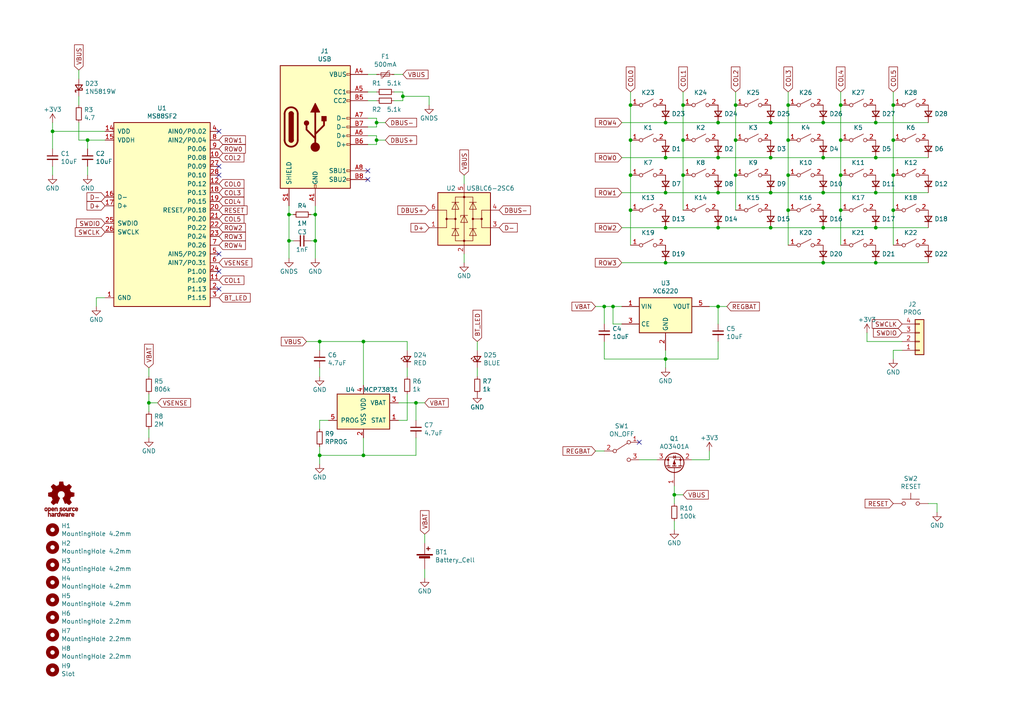
<source format=kicad_sch>
(kicad_sch (version 20211123) (generator eeschema)
  (paper "A4")
  (junction (at 238.76 35.56))
  (junction (at 208.28 55.88))
  (junction (at 91.44 62.23))
  (junction (at 193.04 45.72))
  (junction (at 254 35.56))
  (junction (at 243.84 60.96))
  (junction (at 238.76 55.88))
  (junction (at 223.52 66.04))
  (junction (at 193.04 104.14))
  (junction (at 177.8 88.9))
  (junction (at 83.82 62.23))
  (junction (at 105.41 132.08))
  (junction (at 193.04 76.2))
  (junction (at 238.76 76.2))
  (junction (at 198.12 30.48))
  (junction (at 198.12 40.64))
  (junction (at 223.52 35.56))
  (junction (at 193.04 55.88))
  (junction (at 25.4 40.64))
  (junction (at 243.84 30.48))
  (junction (at 259.08 30.48))
  (junction (at 223.52 45.72))
  (junction (at 254 76.2))
  (junction (at 254 45.72))
  (junction (at 182.88 30.48))
  (junction (at 228.6 30.48))
  (junction (at 120.65 116.84))
  (junction (at 182.88 50.8))
  (junction (at 15.24 38.1))
  (junction (at 109.22 40.64))
  (junction (at 92.71 99.06))
  (junction (at 228.6 50.8))
  (junction (at 243.84 50.8))
  (junction (at 182.88 60.96))
  (junction (at 208.28 35.56))
  (junction (at 208.28 88.9))
  (junction (at 175.26 88.9))
  (junction (at 193.04 66.04))
  (junction (at 259.08 40.64))
  (junction (at 182.88 40.64))
  (junction (at 213.36 40.64))
  (junction (at 238.76 45.72))
  (junction (at 208.28 66.04))
  (junction (at 198.12 50.8))
  (junction (at 238.76 66.04))
  (junction (at 254 66.04))
  (junction (at 43.18 116.84))
  (junction (at 195.58 143.51))
  (junction (at 213.36 50.8))
  (junction (at 223.52 55.88))
  (junction (at 213.36 30.48))
  (junction (at 83.82 69.85))
  (junction (at 92.71 132.08))
  (junction (at 243.84 40.64))
  (junction (at 208.28 45.72))
  (junction (at 228.6 40.64))
  (junction (at 91.44 69.85))
  (junction (at 259.08 60.96))
  (junction (at 105.41 99.06))
  (junction (at 228.6 60.96))
  (junction (at 193.04 35.56))
  (junction (at 116.84 27.94))
  (junction (at 254 55.88))
  (junction (at 109.22 35.56))
  (junction (at 259.08 50.8))
  (no_connect (at 63.5 83.82))
  (no_connect (at 63.5 50.8))
  (no_connect (at 106.68 52.07))
  (no_connect (at 63.5 48.26))
  (no_connect (at 106.68 49.53))
  (no_connect (at 63.5 78.74))
  (no_connect (at 185.42 128.27))
  (no_connect (at 63.5 73.66))
  (no_connect (at 63.5 38.1))
  (wire (pts (xy 238.76 55.88) (xy 223.52 55.88)))
  (wire (pts (xy 120.65 116.84) (xy 120.65 121.92)))
  (wire (pts (xy 15.24 35.56) (xy 15.24 38.1)))
  (wire (pts (xy 238.76 66.04) (xy 223.52 66.04)))
  (wire (pts (xy 193.04 104.14) (xy 175.26 104.14)))
  (wire (pts (xy 243.84 50.8) (xy 243.84 40.64)))
  (wire (pts (xy 106.68 21.59) (xy 109.22 21.59)))
  (wire (pts (xy 106.68 34.29) (xy 109.22 34.29)))
  (wire (pts (xy 175.26 104.14) (xy 175.26 99.06)))
  (wire (pts (xy 193.04 101.6) (xy 193.04 104.14)))
  (wire (pts (xy 251.46 99.06) (xy 261.62 99.06)))
  (wire (pts (xy 91.44 62.23) (xy 91.44 69.85)))
  (wire (pts (xy 182.88 30.48) (xy 182.88 26.67)))
  (wire (pts (xy 259.08 101.6) (xy 259.08 104.14)))
  (wire (pts (xy 243.84 60.96) (xy 243.84 50.8)))
  (wire (pts (xy 182.88 50.8) (xy 182.88 40.64)))
  (wire (pts (xy 259.08 40.64) (xy 259.08 30.48)))
  (wire (pts (xy 238.76 35.56) (xy 223.52 35.56)))
  (wire (pts (xy 105.41 132.08) (xy 120.65 132.08)))
  (wire (pts (xy 259.08 30.48) (xy 259.08 26.67)))
  (wire (pts (xy 205.74 133.35) (xy 205.74 130.81)))
  (wire (pts (xy 182.88 40.64) (xy 182.88 30.48)))
  (wire (pts (xy 269.24 76.2) (xy 254 76.2)))
  (wire (pts (xy 228.6 71.12) (xy 228.6 60.96)))
  (wire (pts (xy 15.24 38.1) (xy 15.24 43.18)))
  (wire (pts (xy 114.3 26.67) (xy 116.84 26.67)))
  (wire (pts (xy 105.41 132.08) (xy 92.71 132.08)))
  (wire (pts (xy 193.04 76.2) (xy 180.34 76.2)))
  (wire (pts (xy 213.36 50.8) (xy 213.36 40.64)))
  (wire (pts (xy 114.3 21.59) (xy 116.84 21.59)))
  (wire (pts (xy 261.62 101.6) (xy 259.08 101.6)))
  (wire (pts (xy 106.68 36.83) (xy 109.22 36.83)))
  (wire (pts (xy 134.62 73.66) (xy 134.62 76.2)))
  (wire (pts (xy 83.82 69.85) (xy 83.82 74.93)))
  (wire (pts (xy 223.52 35.56) (xy 208.28 35.56)))
  (wire (pts (xy 254 35.56) (xy 238.76 35.56)))
  (wire (pts (xy 25.4 40.64) (xy 25.4 43.18)))
  (wire (pts (xy 91.44 62.23) (xy 90.17 62.23)))
  (wire (pts (xy 254 45.72) (xy 238.76 45.72)))
  (wire (pts (xy 22.86 30.48) (xy 22.86 27.94)))
  (wire (pts (xy 223.52 45.72) (xy 208.28 45.72)))
  (wire (pts (xy 177.8 93.98) (xy 177.8 88.9)))
  (wire (pts (xy 259.08 71.12) (xy 259.08 60.96)))
  (wire (pts (xy 109.22 40.64) (xy 109.22 41.91)))
  (wire (pts (xy 120.65 116.84) (xy 123.19 116.84)))
  (wire (pts (xy 185.42 133.35) (xy 190.5 133.35)))
  (wire (pts (xy 91.44 59.69) (xy 91.44 62.23)))
  (wire (pts (xy 182.88 60.96) (xy 182.88 50.8)))
  (wire (pts (xy 228.6 50.8) (xy 228.6 40.64)))
  (wire (pts (xy 105.41 99.06) (xy 105.41 111.76)))
  (wire (pts (xy 182.88 71.12) (xy 182.88 60.96)))
  (wire (pts (xy 208.28 55.88) (xy 193.04 55.88)))
  (wire (pts (xy 109.22 36.83) (xy 109.22 35.56)))
  (wire (pts (xy 271.78 146.05) (xy 271.78 148.59)))
  (wire (pts (xy 114.3 29.21) (xy 116.84 29.21)))
  (wire (pts (xy 198.12 30.48) (xy 198.12 26.67)))
  (wire (pts (xy 116.84 27.94) (xy 116.84 29.21)))
  (wire (pts (xy 83.82 62.23) (xy 83.82 69.85)))
  (wire (pts (xy 106.68 26.67) (xy 109.22 26.67)))
  (wire (pts (xy 118.11 121.92) (xy 118.11 114.3)))
  (wire (pts (xy 208.28 66.04) (xy 193.04 66.04)))
  (wire (pts (xy 243.84 40.64) (xy 243.84 30.48)))
  (wire (pts (xy 43.18 119.38) (xy 43.18 116.84)))
  (wire (pts (xy 193.04 66.04) (xy 180.34 66.04)))
  (wire (pts (xy 138.43 106.68) (xy 138.43 109.22)))
  (wire (pts (xy 254 66.04) (xy 238.76 66.04)))
  (wire (pts (xy 208.28 88.9) (xy 208.28 93.98)))
  (wire (pts (xy 208.28 99.06) (xy 208.28 104.14)))
  (wire (pts (xy 175.26 88.9) (xy 175.26 93.98)))
  (wire (pts (xy 83.82 62.23) (xy 85.09 62.23)))
  (wire (pts (xy 116.84 27.94) (xy 124.46 27.94)))
  (wire (pts (xy 175.26 88.9) (xy 172.72 88.9)))
  (wire (pts (xy 30.48 38.1) (xy 15.24 38.1)))
  (wire (pts (xy 208.28 35.56) (xy 193.04 35.56)))
  (wire (pts (xy 92.71 129.54) (xy 92.71 132.08)))
  (wire (pts (xy 238.76 76.2) (xy 193.04 76.2)))
  (wire (pts (xy 45.72 116.84) (xy 43.18 116.84)))
  (wire (pts (xy 269.24 55.88) (xy 254 55.88)))
  (wire (pts (xy 198.12 60.96) (xy 198.12 50.8)))
  (wire (pts (xy 193.04 55.88) (xy 180.34 55.88)))
  (wire (pts (xy 193.04 45.72) (xy 180.34 45.72)))
  (wire (pts (xy 92.71 106.68) (xy 92.71 109.22)))
  (wire (pts (xy 259.08 50.8) (xy 259.08 40.64)))
  (wire (pts (xy 238.76 45.72) (xy 223.52 45.72)))
  (wire (pts (xy 88.9 99.06) (xy 92.71 99.06)))
  (wire (pts (xy 109.22 39.37) (xy 109.22 40.64)))
  (wire (pts (xy 254 76.2) (xy 238.76 76.2)))
  (wire (pts (xy 83.82 59.69) (xy 83.82 62.23)))
  (wire (pts (xy 223.52 66.04) (xy 208.28 66.04)))
  (wire (pts (xy 208.28 88.9) (xy 210.82 88.9)))
  (wire (pts (xy 195.58 140.97) (xy 195.58 143.51)))
  (wire (pts (xy 269.24 45.72) (xy 254 45.72)))
  (wire (pts (xy 43.18 109.22) (xy 43.18 106.68)))
  (wire (pts (xy 269.24 146.05) (xy 271.78 146.05)))
  (wire (pts (xy 213.36 30.48) (xy 213.36 26.67)))
  (wire (pts (xy 254 55.88) (xy 238.76 55.88)))
  (wire (pts (xy 106.68 39.37) (xy 109.22 39.37)))
  (wire (pts (xy 105.41 127) (xy 105.41 132.08)))
  (wire (pts (xy 123.19 154.94) (xy 123.19 157.48)))
  (wire (pts (xy 243.84 71.12) (xy 243.84 60.96)))
  (wire (pts (xy 116.84 26.67) (xy 116.84 27.94)))
  (wire (pts (xy 115.57 121.92) (xy 118.11 121.92)))
  (wire (pts (xy 92.71 99.06) (xy 105.41 99.06)))
  (wire (pts (xy 251.46 99.06) (xy 251.46 96.52)))
  (wire (pts (xy 43.18 116.84) (xy 43.18 114.3)))
  (wire (pts (xy 195.58 143.51) (xy 195.58 146.05)))
  (wire (pts (xy 134.62 53.34) (xy 134.62 50.8)))
  (wire (pts (xy 91.44 69.85) (xy 90.17 69.85)))
  (wire (pts (xy 109.22 41.91) (xy 106.68 41.91)))
  (wire (pts (xy 95.25 121.92) (xy 92.71 121.92)))
  (wire (pts (xy 138.43 101.6) (xy 138.43 99.06)))
  (wire (pts (xy 118.11 99.06) (xy 105.41 99.06)))
  (wire (pts (xy 180.34 88.9) (xy 177.8 88.9)))
  (wire (pts (xy 208.28 45.72) (xy 193.04 45.72)))
  (wire (pts (xy 269.24 66.04) (xy 254 66.04)))
  (wire (pts (xy 118.11 101.6) (xy 118.11 99.06)))
  (wire (pts (xy 120.65 127) (xy 120.65 132.08)))
  (wire (pts (xy 109.22 35.56) (xy 109.22 34.29)))
  (wire (pts (xy 109.22 40.64) (xy 111.76 40.64)))
  (wire (pts (xy 228.6 40.64) (xy 228.6 30.48)))
  (wire (pts (xy 259.08 60.96) (xy 259.08 50.8)))
  (wire (pts (xy 213.36 40.64) (xy 213.36 30.48)))
  (wire (pts (xy 200.66 133.35) (xy 205.74 133.35)))
  (wire (pts (xy 228.6 60.96) (xy 228.6 50.8)))
  (wire (pts (xy 172.72 130.81) (xy 175.26 130.81)))
  (wire (pts (xy 92.71 121.92) (xy 92.71 124.46)))
  (wire (pts (xy 25.4 48.26) (xy 25.4 50.8)))
  (wire (pts (xy 27.94 86.36) (xy 27.94 88.9)))
  (wire (pts (xy 15.24 48.26) (xy 15.24 50.8)))
  (wire (pts (xy 91.44 69.85) (xy 91.44 74.93)))
  (wire (pts (xy 123.19 165.1) (xy 123.19 167.64)))
  (wire (pts (xy 208.28 104.14) (xy 193.04 104.14)))
  (wire (pts (xy 213.36 60.96) (xy 213.36 50.8)))
  (wire (pts (xy 43.18 124.46) (xy 43.18 127)))
  (wire (pts (xy 193.04 104.14) (xy 193.04 106.68)))
  (wire (pts (xy 269.24 35.56) (xy 254 35.56)))
  (wire (pts (xy 198.12 40.64) (xy 198.12 30.48)))
  (wire (pts (xy 193.04 35.56) (xy 180.34 35.56)))
  (wire (pts (xy 92.71 101.6) (xy 92.71 99.06)))
  (wire (pts (xy 25.4 40.64) (xy 22.86 40.64)))
  (wire (pts (xy 243.84 30.48) (xy 243.84 26.67)))
  (wire (pts (xy 118.11 109.22) (xy 118.11 106.68)))
  (wire (pts (xy 198.12 50.8) (xy 198.12 40.64)))
  (wire (pts (xy 195.58 151.13) (xy 195.58 153.67)))
  (wire (pts (xy 228.6 30.48) (xy 228.6 26.67)))
  (wire (pts (xy 124.46 27.94) (xy 124.46 30.48)))
  (wire (pts (xy 205.74 88.9) (xy 208.28 88.9)))
  (wire (pts (xy 25.4 40.64) (xy 30.48 40.64)))
  (wire (pts (xy 106.68 29.21) (xy 109.22 29.21)))
  (wire (pts (xy 22.86 35.56) (xy 22.86 40.64)))
  (wire (pts (xy 109.22 35.56) (xy 111.76 35.56)))
  (wire (pts (xy 223.52 55.88) (xy 208.28 55.88)))
  (wire (pts (xy 175.26 88.9) (xy 177.8 88.9)))
  (wire (pts (xy 22.86 22.86) (xy 22.86 20.32)))
  (wire (pts (xy 180.34 93.98) (xy 177.8 93.98)))
  (wire (pts (xy 30.48 86.36) (xy 27.94 86.36)))
  (wire (pts (xy 195.58 143.51) (xy 198.12 143.51)))
  (wire (pts (xy 115.57 116.84) (xy 120.65 116.84)))
  (wire (pts (xy 83.82 69.85) (xy 85.09 69.85)))
  (wire (pts (xy 92.71 134.62) (xy 92.71 132.08)))
  (global_label "D+" (shape input) (at 124.46 66.04 180) (property "Intersheet References" "${INTERSHEET_REFS}" (effects hide)))
  (global_label "ROW1" (shape input) (at 63.5 40.64 0) (property "Intersheet References" "${INTERSHEET_REFS}" (effects hide)))
  (global_label "COL0" (shape input) (at 182.88 26.67 90) (property "Intersheet References" "${INTERSHEET_REFS}" (effects hide)))
  (global_label "ROW2" (shape input) (at 63.5 66.04 0) (property "Intersheet References" "${INTERSHEET_REFS}" (effects hide)))
  (global_label "VBUS" (shape input) (at 88.9 99.06 180) (property "Intersheet References" "${INTERSHEET_REFS}" (effects hide)))
  (global_label "SWDIO" (shape input) (at 261.62 96.52 180) (property "Intersheet References" "${INTERSHEET_REFS}" (effects hide)))
  (global_label "VBAT" (shape input) (at 123.19 154.94 90) (property "Intersheet References" "${INTERSHEET_REFS}" (effects hide)))
  (global_label "COL3" (shape input) (at 228.6 26.67 90) (property "Intersheet References" "${INTERSHEET_REFS}" (effects hide)))
  (global_label "ROW0" (shape input) (at 63.5 43.18 0) (property "Intersheet References" "${INTERSHEET_REFS}" (effects hide)))
  (global_label "D-" (shape input) (at 144.78 66.04 0) (property "Intersheet References" "${INTERSHEET_REFS}" (effects hide)))
  (global_label "VBUS" (shape input) (at 22.86 20.32 90) (property "Intersheet References" "${INTERSHEET_REFS}" (effects hide)))
  (global_label "VBUS" (shape input) (at 198.12 143.51 0) (property "Intersheet References" "${INTERSHEET_REFS}" (effects hide)))
  (global_label "COL4" (shape input) (at 63.5 58.42 0) (property "Intersheet References" "${INTERSHEET_REFS}" (effects hide)))
  (global_label "SWCLK" (shape input) (at 261.62 93.98 180) (property "Intersheet References" "${INTERSHEET_REFS}" (effects hide)))
  (global_label "RESET" (shape input) (at 259.08 146.05 180) (property "Intersheet References" "${INTERSHEET_REFS}" (effects hide)))
  (global_label "DBUS-" (shape input) (at 144.78 60.96 0) (property "Intersheet References" "${INTERSHEET_REFS}" (effects hide)))
  (global_label "REGBAT" (shape input) (at 210.82 88.9 0) (property "Intersheet References" "${INTERSHEET_REFS}" (effects hide)))
  (global_label "COL4" (shape input) (at 243.84 26.67 90) (property "Intersheet References" "${INTERSHEET_REFS}" (effects hide)))
  (global_label "COL2" (shape input) (at 63.5 45.72 0) (property "Intersheet References" "${INTERSHEET_REFS}" (effects hide)))
  (global_label "VSENSE" (shape input) (at 63.5 76.2 0) (property "Intersheet References" "${INTERSHEET_REFS}" (effects hide)))
  (global_label "BT_LED" (shape input) (at 138.43 99.06 90) (property "Intersheet References" "${INTERSHEET_REFS}" (effects hide)))
  (global_label "ROW0" (shape input) (at 180.34 45.72 180) (property "Intersheet References" "${INTERSHEET_REFS}" (effects hide)))
  (global_label "ROW4" (shape input) (at 63.5 71.12 0) (property "Intersheet References" "${INTERSHEET_REFS}" (effects hide)))
  (global_label "ROW2" (shape input) (at 180.34 66.04 180) (property "Intersheet References" "${INTERSHEET_REFS}" (effects hide)))
  (global_label "ROW3" (shape input) (at 180.34 76.2 180) (property "Intersheet References" "${INTERSHEET_REFS}" (effects hide)))
  (global_label "COL5" (shape input) (at 259.08 26.67 90) (property "Intersheet References" "${INTERSHEET_REFS}" (effects hide)))
  (global_label "ROW3" (shape input) (at 63.5 68.58 0) (property "Intersheet References" "${INTERSHEET_REFS}" (effects hide)))
  (global_label "VBAT" (shape input) (at 172.72 88.9 180) (property "Intersheet References" "${INTERSHEET_REFS}" (effects hide)))
  (global_label "D+" (shape input) (at 30.48 59.69 180) (property "Intersheet References" "${INTERSHEET_REFS}" (effects hide)))
  (global_label "VSENSE" (shape input) (at 45.72 116.84 0) (property "Intersheet References" "${INTERSHEET_REFS}" (effects hide)))
  (global_label "COL3" (shape input) (at 63.5 55.88 0) (property "Intersheet References" "${INTERSHEET_REFS}" (effects hide)))
  (global_label "DBUS-" (shape input) (at 111.76 35.56 0) (property "Intersheet References" "${INTERSHEET_REFS}" (effects hide)))
  (global_label "COL0" (shape input) (at 63.5 53.34 0) (property "Intersheet References" "${INTERSHEET_REFS}" (effects hide)))
  (global_label "BT_LED" (shape input) (at 63.5 86.36 0) (property "Intersheet References" "${INTERSHEET_REFS}" (effects hide)))
  (global_label "REGBAT" (shape input) (at 172.72 130.81 180) (property "Intersheet References" "${INTERSHEET_REFS}" (effects hide)))
  (global_label "ROW1" (shape input) (at 180.34 55.88 180) (property "Intersheet References" "${INTERSHEET_REFS}" (effects hide)))
  (global_label "VBAT" (shape input) (at 43.18 106.68 90) (property "Intersheet References" "${INTERSHEET_REFS}" (effects hide)))
  (global_label "VBUS" (shape input) (at 116.84 21.59 0) (property "Intersheet References" "${INTERSHEET_REFS}" (effects hide)))
  (global_label "COL1" (shape input) (at 63.5 81.28 0) (property "Intersheet References" "${INTERSHEET_REFS}" (effects hide)))
  (global_label "COL2" (shape input) (at 213.36 26.67 90) (property "Intersheet References" "${INTERSHEET_REFS}" (effects hide)))
  (global_label "DBUS+" (shape input) (at 124.46 60.96 180) (property "Intersheet References" "${INTERSHEET_REFS}" (effects hide)))
  (global_label "DBUS+" (shape input) (at 111.76 40.64 0) (property "Intersheet References" "${INTERSHEET_REFS}" (effects hide)))
  (global_label "D-" (shape input) (at 30.48 57.15 180) (property "Intersheet References" "${INTERSHEET_REFS}" (effects hide)))
  (global_label "COL5" (shape input) (at 63.5 63.5 0) (property "Intersheet References" "${INTERSHEET_REFS}" (effects hide)))
  (global_label "RESET" (shape input) (at 63.5 60.96 0) (property "Intersheet References" "${INTERSHEET_REFS}" (effects hide)))
  (global_label "VBAT" (shape input) (at 123.19 116.84 0) (property "Intersheet References" "${INTERSHEET_REFS}" (effects hide)))
  (global_label "VBUS" (shape input) (at 134.62 50.8 90) (property "Intersheet References" "${INTERSHEET_REFS}" (effects hide)))
  (global_label "COL1" (shape input) (at 198.12 26.67 90) (property "Intersheet References" "${INTERSHEET_REFS}" (effects hide)))
  (global_label "SWCLK" (shape input) (at 30.48 67.31 180) (property "Intersheet References" "${INTERSHEET_REFS}" (effects hide)))
  (global_label "SWDIO" (shape input) (at 30.48 64.77 180) (property "Intersheet References" "${INTERSHEET_REFS}" (effects hide)))
  (global_label "ROW4" (shape input) (at 180.34 35.56 180) (property "Intersheet References" "${INTERSHEET_REFS}" (effects hide)))
  (symbol (lib_id "dao-choc-ble:MS88SF2") (at 46.99 62.23 0) (unit 1)
    (property "Reference" "U1" (at 46.99 31.369 0))
    (property "Value" "MS88SF2" (at 46.99 33.6804 0))
    (property "Footprint" "dao-choc-ble:MINEW_MS88SF2" (effects hide))
  )
  (symbol (lib_id "dao-choc-ble:KEY_SWITCH") (at 187.96 40.64 0) (unit 1)
    (property "Reference" "K1" (at 187.96 37.0078 0))
    (property "Value" "KEY_SWITCH" (effects hide))
    (property "Footprint" "dao-choc-ble:Kailh_PG1350_hotswap" (effects hide))
  )
  (symbol (lib_id "Device:D_Small") (at 193.04 43.18 90) (unit 1)
    (property "Reference" "D1" (at 194.818 43.18 90) (effects (justify right)))
    (property "Value" "1N4148WS" (effects hide))
    (property "Footprint" "dao-choc-ble:D_SOD-323" (effects hide))
    (property "LCSC" "C57759" (effects hide))
  )
  (symbol (lib_id "dao-choc-ble:KEY_SWITCH") (at 203.2 40.64 0) (unit 1)
    (property "Reference" "K2" (at 203.2 37.0078 0))
    (property "Value" "KEY_SWITCH" (effects hide))
    (property "Footprint" "dao-choc-ble:Kailh_PG1350_hotswap" (effects hide))
  )
  (symbol (lib_id "Device:D_Small") (at 208.28 43.18 90) (unit 1)
    (property "Reference" "D2" (at 210.058 43.18 90) (effects (justify right)))
    (property "Value" "1N4148WS" (effects hide))
    (property "Footprint" "dao-choc-ble:D_SOD-323" (effects hide))
    (property "LCSC" "C57759" (effects hide))
  )
  (symbol (lib_id "dao-choc-ble:KEY_SWITCH") (at 218.44 40.64 0) (unit 1)
    (property "Reference" "K3" (at 218.44 37.0078 0))
    (property "Value" "KEY_SWITCH" (effects hide))
    (property "Footprint" "dao-choc-ble:Kailh_PG1350_hotswap" (effects hide))
  )
  (symbol (lib_id "Device:D_Small") (at 223.52 43.18 90) (unit 1)
    (property "Reference" "D3" (at 225.298 43.18 90) (effects (justify right)))
    (property "Value" "1N4148WS" (effects hide))
    (property "Footprint" "dao-choc-ble:D_SOD-323" (effects hide))
    (property "LCSC" "C57759" (effects hide))
  )
  (symbol (lib_id "dao-choc-ble:KEY_SWITCH") (at 233.68 40.64 0) (unit 1)
    (property "Reference" "K4" (at 233.68 37.0078 0))
    (property "Value" "KEY_SWITCH" (effects hide))
    (property "Footprint" "dao-choc-ble:Kailh_PG1350_hotswap" (effects hide))
  )
  (symbol (lib_id "Device:D_Small") (at 238.76 43.18 90) (unit 1)
    (property "Reference" "D4" (at 240.538 43.18 90) (effects (justify right)))
    (property "Value" "1N4148WS" (effects hide))
    (property "Footprint" "dao-choc-ble:D_SOD-323" (effects hide))
    (property "LCSC" "C57759" (effects hide))
  )
  (symbol (lib_id "dao-choc-ble:KEY_SWITCH") (at 248.92 40.64 0) (unit 1)
    (property "Reference" "K5" (at 248.92 37.0078 0))
    (property "Value" "KEY_SWITCH" (effects hide))
    (property "Footprint" "dao-choc-ble:Kailh_PG1350_hotswap" (effects hide))
  )
  (symbol (lib_id "Device:D_Small") (at 254 43.18 90) (unit 1)
    (property "Reference" "D5" (at 255.778 43.18 90) (effects (justify right)))
    (property "Value" "1N4148WS" (effects hide))
    (property "Footprint" "dao-choc-ble:D_SOD-323" (effects hide))
    (property "LCSC" "C57759" (effects hide))
  )
  (symbol (lib_id "dao-choc-ble:KEY_SWITCH") (at 264.16 40.64 0) (unit 1)
    (property "Reference" "K6" (at 264.16 37.0078 0))
    (property "Value" "KEY_SWITCH" (effects hide))
    (property "Footprint" "dao-choc-ble:Kailh_PG1350_hotswap" (effects hide))
  )
  (symbol (lib_id "Device:D_Small") (at 269.24 43.18 90) (unit 1)
    (property "Reference" "D6" (at 271.018 43.18 90) (effects (justify right)))
    (property "Value" "1N4148WS" (effects hide))
    (property "Footprint" "dao-choc-ble:D_SOD-323" (effects hide))
    (property "LCSC" "C57759" (effects hide))
  )
  (symbol (lib_id "dao-choc-ble:KEY_SWITCH") (at 187.96 50.8 0) (unit 1)
    (property "Reference" "K7" (at 187.96 47.1678 0))
    (property "Value" "KEY_SWITCH" (effects hide))
    (property "Footprint" "dao-choc-ble:Kailh_PG1350_hotswap" (effects hide))
  )
  (symbol (lib_id "Device:D_Small") (at 193.04 53.34 90) (unit 1)
    (property "Reference" "D7" (at 194.818 53.34 90) (effects (justify right)))
    (property "Value" "1N4148WS" (effects hide))
    (property "Footprint" "dao-choc-ble:D_SOD-323" (effects hide))
    (property "LCSC" "C57759" (effects hide))
  )
  (symbol (lib_id "dao-choc-ble:KEY_SWITCH") (at 203.2 50.8 0) (unit 1)
    (property "Reference" "K8" (at 203.2 47.1678 0))
    (property "Value" "KEY_SWITCH" (effects hide))
    (property "Footprint" "dao-choc-ble:Kailh_PG1350_hotswap" (effects hide))
  )
  (symbol (lib_id "Device:D_Small") (at 208.28 53.34 90) (unit 1)
    (property "Reference" "D8" (at 210.058 53.34 90) (effects (justify right)))
    (property "Value" "1N4148WS" (effects hide))
    (property "Footprint" "dao-choc-ble:D_SOD-323" (effects hide))
    (property "LCSC" "C57759" (effects hide))
  )
  (symbol (lib_id "dao-choc-ble:KEY_SWITCH") (at 218.44 50.8 0) (unit 1)
    (property "Reference" "K9" (at 218.44 47.1678 0))
    (property "Value" "KEY_SWITCH" (effects hide))
    (property "Footprint" "dao-choc-ble:Kailh_PG1350_hotswap" (effects hide))
  )
  (symbol (lib_id "Device:D_Small") (at 223.52 53.34 90) (unit 1)
    (property "Reference" "D9" (at 225.298 53.34 90) (effects (justify right)))
    (property "Value" "1N4148WS" (effects hide))
    (property "Footprint" "dao-choc-ble:D_SOD-323" (effects hide))
    (property "LCSC" "C57759" (effects hide))
  )
  (symbol (lib_id "dao-choc-ble:KEY_SWITCH") (at 233.68 50.8 0) (unit 1)
    (property "Reference" "K10" (at 233.68 47.1678 0))
    (property "Value" "KEY_SWITCH" (effects hide))
    (property "Footprint" "dao-choc-ble:Kailh_PG1350_hotswap" (effects hide))
  )
  (symbol (lib_id "Device:D_Small") (at 238.76 53.34 90) (unit 1)
    (property "Reference" "D10" (at 240.538 53.34 90) (effects (justify right)))
    (property "Value" "1N4148WS" (effects hide))
    (property "Footprint" "dao-choc-ble:D_SOD-323" (effects hide))
    (property "LCSC" "C57759" (effects hide))
  )
  (symbol (lib_id "dao-choc-ble:KEY_SWITCH") (at 248.92 50.8 0) (unit 1)
    (property "Reference" "K11" (at 248.92 47.1678 0))
    (property "Value" "KEY_SWITCH" (effects hide))
    (property "Footprint" "dao-choc-ble:Kailh_PG1350_hotswap" (effects hide))
  )
  (symbol (lib_id "Device:D_Small") (at 254 53.34 90) (unit 1)
    (property "Reference" "D11" (at 255.778 53.34 90) (effects (justify right)))
    (property "Value" "1N4148WS" (effects hide))
    (property "Footprint" "dao-choc-ble:D_SOD-323" (effects hide))
    (property "LCSC" "C57759" (effects hide))
  )
  (symbol (lib_id "dao-choc-ble:KEY_SWITCH") (at 264.16 50.8 0) (unit 1)
    (property "Reference" "K12" (at 264.16 47.1678 0))
    (property "Value" "KEY_SWITCH" (effects hide))
    (property "Footprint" "dao-choc-ble:Kailh_PG1350_hotswap" (effects hide))
  )
  (symbol (lib_id "Device:D_Small") (at 269.24 53.34 90) (unit 1)
    (property "Reference" "D12" (at 271.018 53.34 90) (effects (justify right)))
    (property "Value" "1N4148WS" (effects hide))
    (property "Footprint" "dao-choc-ble:D_SOD-323" (effects hide))
    (property "LCSC" "C57759" (effects hide))
  )
  (symbol (lib_id "dao-choc-ble:KEY_SWITCH") (at 187.96 60.96 0) (unit 1)
    (property "Reference" "K13" (at 187.96 57.3278 0))
    (property "Value" "KEY_SWITCH" (effects hide))
    (property "Footprint" "dao-choc-ble:Kailh_PG1350_hotswap" (effects hide))
  )
  (symbol (lib_id "Device:D_Small") (at 193.04 63.5 90) (unit 1)
    (property "Reference" "D13" (at 194.818 63.5 90) (effects (justify right)))
    (property "Value" "1N4148WS" (effects hide))
    (property "Footprint" "dao-choc-ble:D_SOD-323" (effects hide))
    (property "LCSC" "C57759" (effects hide))
  )
  (symbol (lib_id "dao-choc-ble:KEY_SWITCH") (at 203.2 60.96 0) (unit 1)
    (property "Reference" "K14" (at 203.2 57.3278 0))
    (property "Value" "KEY_SWITCH" (effects hide))
    (property "Footprint" "dao-choc-ble:Kailh_PG1350_hotswap" (effects hide))
  )
  (symbol (lib_id "Device:D_Small") (at 208.28 63.5 90) (unit 1)
    (property "Reference" "D14" (at 210.058 63.5 90) (effects (justify right)))
    (property "Value" "1N4148WS" (effects hide))
    (property "Footprint" "dao-choc-ble:D_SOD-323" (effects hide))
    (property "LCSC" "C57759" (effects hide))
  )
  (symbol (lib_id "dao-choc-ble:KEY_SWITCH") (at 218.44 60.96 0) (unit 1)
    (property "Reference" "K15" (at 218.44 57.3278 0))
    (property "Value" "KEY_SWITCH" (effects hide))
    (property "Footprint" "dao-choc-ble:Kailh_PG1350_hotswap" (effects hide))
  )
  (symbol (lib_id "Device:D_Small") (at 223.52 63.5 90) (unit 1)
    (property "Reference" "D15" (at 225.298 63.5 90) (effects (justify right)))
    (property "Value" "1N4148WS" (effects hide))
    (property "Footprint" "dao-choc-ble:D_SOD-323" (effects hide))
    (property "LCSC" "C57759" (effects hide))
  )
  (symbol (lib_id "dao-choc-ble:KEY_SWITCH") (at 233.68 60.96 0) (unit 1)
    (property "Reference" "K16" (at 233.68 57.3278 0))
    (property "Value" "KEY_SWITCH" (effects hide))
    (property "Footprint" "dao-choc-ble:Kailh_PG1350_hotswap" (effects hide))
  )
  (symbol (lib_id "Device:D_Small") (at 238.76 63.5 90) (unit 1)
    (property "Reference" "D16" (at 240.538 63.5 90) (effects (justify right)))
    (property "Value" "1N4148WS" (effects hide))
    (property "Footprint" "dao-choc-ble:D_SOD-323" (effects hide))
    (property "LCSC" "C57759" (effects hide))
  )
  (symbol (lib_id "dao-choc-ble:KEY_SWITCH") (at 248.92 60.96 0) (unit 1)
    (property "Reference" "K17" (at 248.92 57.3278 0))
    (property "Value" "KEY_SWITCH" (effects hide))
    (property "Footprint" "dao-choc-ble:Kailh_PG1350_hotswap" (effects hide))
  )
  (symbol (lib_id "Device:D_Small") (at 254 63.5 90) (unit 1)
    (property "Reference" "D17" (at 255.778 63.5 90) (effects (justify right)))
    (property "Value" "1N4148WS" (effects hide))
    (property "Footprint" "dao-choc-ble:D_SOD-323" (effects hide))
    (property "LCSC" "C57759" (effects hide))
  )
  (symbol (lib_id "dao-choc-ble:KEY_SWITCH") (at 264.16 60.96 0) (unit 1)
    (property "Reference" "K18" (at 264.16 57.3278 0))
    (property "Value" "KEY_SWITCH" (effects hide))
    (property "Footprint" "dao-choc-ble:Kailh_PG1350_hotswap" (effects hide))
  )
  (symbol (lib_id "Device:D_Small") (at 269.24 63.5 90) (unit 1)
    (property "Reference" "D18" (at 271.018 63.5 90) (effects (justify right)))
    (property "Value" "1N4148WS" (effects hide))
    (property "Footprint" "dao-choc-ble:D_SOD-323" (effects hide))
    (property "LCSC" "C57759" (effects hide))
  )
  (symbol (lib_id "dao-choc-ble:KEY_SWITCH") (at 187.96 71.12 0) (unit 1)
    (property "Reference" "K19" (at 187.96 67.4878 0))
    (property "Value" "KEY_SWITCH" (effects hide))
    (property "Footprint" "dao-choc-ble:Kailh_PG1350_hotswap" (effects hide))
  )
  (symbol (lib_id "Device:D_Small") (at 193.04 73.66 90) (unit 1)
    (property "Reference" "D19" (at 194.818 73.66 90) (effects (justify right)))
    (property "Value" "1N4148WS" (effects hide))
    (property "Footprint" "dao-choc-ble:D_SOD-323" (effects hide))
    (property "LCSC" "C57759" (effects hide))
  )
  (symbol (lib_id "dao-choc-ble:KEY_SWITCH") (at 233.68 71.12 0) (unit 1)
    (property "Reference" "K20" (at 233.68 67.4878 0))
    (property "Value" "KEY_SWITCH" (effects hide))
    (property "Footprint" "dao-choc-ble:Kailh_PG1350_hotswap" (effects hide))
  )
  (symbol (lib_id "Device:D_Small") (at 238.76 73.66 90) (unit 1)
    (property "Reference" "D20" (at 240.538 73.66 90) (effects (justify right)))
    (property "Value" "1N4148WS" (effects hide))
    (property "Footprint" "dao-choc-ble:D_SOD-323" (effects hide))
    (property "LCSC" "C57759" (effects hide))
  )
  (symbol (lib_id "dao-choc-ble:KEY_SWITCH") (at 248.92 71.12 0) (unit 1)
    (property "Reference" "K21" (at 248.92 67.4878 0))
    (property "Value" "KEY_SWITCH" (effects hide))
    (property "Footprint" "dao-choc-ble:Kailh_PG1350_hotswap" (effects hide))
  )
  (symbol (lib_id "Device:D_Small") (at 254 73.66 90) (unit 1)
    (property "Reference" "D21" (at 255.778 73.66 90) (effects (justify right)))
    (property "Value" "1N4148WS" (effects hide))
    (property "Footprint" "dao-choc-ble:D_SOD-323" (effects hide))
    (property "LCSC" "C57759" (effects hide))
  )
  (symbol (lib_id "dao-choc-ble:KEY_SWITCH") (at 264.16 71.12 0) (unit 1)
    (property "Reference" "K22" (at 264.16 67.4878 0))
    (property "Value" "KEY_SWITCH" (effects hide))
    (property "Footprint" "dao-choc-ble:Kailh_PG1350_hotswap" (effects hide))
  )
  (symbol (lib_id "Device:D_Small") (at 269.24 73.66 90) (unit 1)
    (property "Reference" "D22" (at 271.018 73.66 90) (effects (justify right)))
    (property "Value" "1N4148WS" (effects hide))
    (property "Footprint" "dao-choc-ble:D_SOD-323" (effects hide))
    (property "LCSC" "C57759" (effects hide))
  )
  (symbol (lib_id "Mechanical:MountingHole") (at 15.24 153.67 0) (unit 1)
    (property "Reference" "H1" (at 17.78 152.5016 0) (effects (justify left)))
    (property "Value" "MountingHole 4.2mm" (at 17.78 154.813 0) (effects (justify left)))
    (property "Footprint" "dao-choc-ble:Hole_4.2mm" (effects hide))
  )
  (symbol (lib_id "Mechanical:MountingHole") (at 15.24 158.75 0) (unit 1)
    (property "Reference" "H2" (at 17.78 157.5816 0) (effects (justify left)))
    (property "Value" "MountingHole 4.2mm" (at 17.78 159.893 0) (effects (justify left)))
    (property "Footprint" "dao-choc-ble:Hole_4.2mm" (effects hide))
  )
  (symbol (lib_id "Mechanical:MountingHole") (at 15.24 163.83 0) (unit 1)
    (property "Reference" "H3" (at 17.78 162.6616 0) (effects (justify left)))
    (property "Value" "MountingHole 4.2mm" (at 17.78 164.973 0) (effects (justify left)))
    (property "Footprint" "dao-choc-ble:Hole_4.2mm" (effects hide))
  )
  (symbol (lib_id "Mechanical:MountingHole") (at 15.24 168.91 0) (unit 1)
    (property "Reference" "H4" (at 17.78 167.7416 0) (effects (justify left)))
    (property "Value" "MountingHole 4.2mm" (at 17.78 170.053 0) (effects (justify left)))
    (property "Footprint" "dao-choc-ble:Hole_4.2mm" (effects hide))
  )
  (symbol (lib_id "Mechanical:MountingHole") (at 15.24 173.99 0) (unit 1)
    (property "Reference" "H5" (at 17.78 172.8216 0) (effects (justify left)))
    (property "Value" "MountingHole 4.2mm" (at 17.78 175.133 0) (effects (justify left)))
    (property "Footprint" "dao-choc-ble:Hole_4.2mm" (effects hide))
  )
  (symbol (lib_id "Mechanical:MountingHole") (at 15.24 179.07 0) (unit 1)
    (property "Reference" "H6" (at 17.78 177.9016 0) (effects (justify left)))
    (property "Value" "MountingHole 2.2mm" (at 17.78 180.213 0) (effects (justify left)))
    (property "Footprint" "dao-choc-ble:Hole_2.2mm" (effects hide))
  )
  (symbol (lib_id "Mechanical:MountingHole") (at 15.24 184.15 0) (unit 1)
    (property "Reference" "H7" (at 17.78 182.9816 0) (effects (justify left)))
    (property "Value" "MountingHole 2.2mm" (at 17.78 185.293 0) (effects (justify left)))
    (property "Footprint" "dao-choc-ble:Hole_2.2mm" (effects hide))
  )
  (symbol (lib_id "Mechanical:MountingHole") (at 15.24 189.23 0) (unit 1)
    (property "Reference" "H8" (at 17.78 188.0616 0) (effects (justify left)))
    (property "Value" "MountingHole 2.2mm" (at 17.78 190.373 0) (effects (justify left)))
    (property "Footprint" "dao-choc-ble:Hole_2.2mm" (effects hide))
  )
  (symbol (lib_id "Battery_Management:MCP73831-2-OT") (at 105.41 119.38 0) (unit 1)
    (property "Reference" "U4" (at 101.6 113.03 0))
    (property "Value" "MCP73831" (at 110.49 113.03 0))
    (property "Footprint" "Package_TO_SOT_SMD:SOT-23-5" (effects hide))
    (property "Datasheet" "http://ww1.microchip.com/downloads/en/DeviceDoc/20001984g.pdf" (effects hide))
    (property "LCSC" "C14879" (effects hide))
  )
  (symbol (lib_id "Regulator_Linear:XC6220B331MR") (at 193.04 91.44 0) (unit 1)
    (property "Reference" "U3" (at 193.04 82.1182 0))
    (property "Value" "XC6220" (at 193.04 84.4296 0))
    (property "Footprint" "Package_TO_SOT_SMD:SOT-23-5" (effects hide))
    (property "Datasheet" "https://www.torexsemi.com/file/xc6220/XC6220.pdf" (effects hide))
    (property "LCSC" "C86534" (effects hide))
  )
  (symbol (lib_id "Device:C_Small") (at 175.26 96.52 0) (unit 1)
    (property "Reference" "C4" (at 177.5968 95.3516 0) (effects (justify left)))
    (property "Value" "10uF" (at 177.5968 97.663 0) (effects (justify left)))
    (property "Footprint" "Capacitor_SMD:C_0603_1608Metric" (effects hide))
    (property "LCSC" "C19702" (effects hide))
  )
  (symbol (lib_id "Device:C_Small") (at 208.28 96.52 0) (unit 1)
    (property "Reference" "C5" (at 210.6168 95.3516 0) (effects (justify left)))
    (property "Value" "10uF" (at 210.6168 97.663 0) (effects (justify left)))
    (property "Footprint" "Capacitor_SMD:C_0603_1608Metric" (effects hide))
    (property "LCSC" "C19702" (effects hide))
  )
  (symbol (lib_id "Device:C_Small") (at 92.71 104.14 0) (unit 1)
    (property "Reference" "C6" (at 95.0468 102.9716 0) (effects (justify left)))
    (property "Value" "4.7uF" (at 95.0468 105.283 0) (effects (justify left)))
    (property "Footprint" "Capacitor_SMD:C_0603_1608Metric" (effects hide))
    (property "LCSC" "C19666" (effects hide))
  )
  (symbol (lib_id "Connector:USB_C_Receptacle_USB2.0") (at 91.44 36.83 0) (unit 1)
    (property "Reference" "J1" (at 94.1578 14.8082 0))
    (property "Value" "USB" (at 94.1578 17.1196 0))
    (property "Footprint" "dao-choc-ble:USB-C_C168688" (effects hide))
    (property "Datasheet" "https://www.usb.org/sites/default/files/documents/usb_type-c.zip" (effects hide))
    (property "LCSC" "C168688" (effects hide))
  )
  (symbol (lib_id "power:GND") (at 123.19 167.64 0) (unit 1)
    (property "Reference" "#PWR019" (effects hide))
    (property "Value" "GND" (at 123.19 171.45 0))
  )
  (symbol (lib_id "Device:Battery_Cell") (at 123.19 162.56 0) (unit 1)
    (property "Reference" "BT1" (at 126.1872 160.1216 0) (effects (justify left)))
    (property "Value" "Battery_Cell" (at 126.1872 162.433 0) (effects (justify left)))
    (property "Footprint" "dao-choc-ble:Battery" (effects hide))
  )
  (symbol (lib_id "Device:R_Small") (at 87.63 62.23 270) (unit 1)
    (property "Reference" "R4" (at 87.63 59.69 90))
    (property "Value" "1M" (at 87.63 64.77 90))
    (property "Footprint" "Resistor_SMD:R_0603_1608Metric" (effects hide))
    (property "LCSC" "C22935" (effects hide))
  )
  (symbol (lib_id "Device:C_Small") (at 87.63 69.85 270) (unit 1)
    (property "Reference" "C3" (at 87.63 67.31 90))
    (property "Value" "1nF" (at 87.63 72.39 90))
    (property "Footprint" "Capacitor_SMD:C_0603_1608Metric" (effects hide))
    (property "LCSC" "C1588" (effects hide))
  )
  (symbol (lib_id "power:GNDS") (at 83.82 74.93 0) (unit 1)
    (property "Reference" "#PWR05" (effects hide))
    (property "Value" "GNDS" (at 83.82 78.74 0))
  )
  (symbol (lib_id "power:GND") (at 91.44 74.93 0) (unit 1)
    (property "Reference" "#PWR06" (effects hide))
    (property "Value" "GND" (at 91.44 78.74 0))
  )
  (symbol (lib_id "Device:Polyfuse_Small") (at 111.76 21.59 270) (unit 1)
    (property "Reference" "F1" (at 111.76 16.383 90))
    (property "Value" "500mA" (at 111.76 18.6944 90))
    (property "Footprint" "Fuse:Fuse_1206_3216Metric" (effects hide))
    (property "LCSC" "C355568" (effects hide))
  )
  (symbol (lib_id "Device:R_Small") (at 111.76 26.67 270) (unit 1)
    (property "Reference" "R1" (at 109.22 24.13 90))
    (property "Value" "5.1k" (at 114.3 24.13 90))
    (property "Footprint" "Resistor_SMD:R_0603_1608Metric" (effects hide))
    (property "LCSC" "C23186" (effects hide))
  )
  (symbol (lib_id "Device:R_Small") (at 111.76 29.21 270) (unit 1)
    (property "Reference" "R2" (at 109.22 31.75 90))
    (property "Value" "5.1k" (at 114.3 31.75 90))
    (property "Footprint" "Resistor_SMD:R_0603_1608Metric" (effects hide))
    (property "LCSC" "C23186" (effects hide))
  )
  (symbol (lib_id "power:GNDS") (at 124.46 30.48 0) (unit 1)
    (property "Reference" "#PWR01" (effects hide))
    (property "Value" "GNDS" (at 124.46 34.29 0))
  )
  (symbol (lib_id "Device:C_Small") (at 120.65 124.46 0) (unit 1)
    (property "Reference" "C7" (at 122.9868 123.2916 0) (effects (justify left)))
    (property "Value" "4.7uF" (at 122.9868 125.603 0) (effects (justify left)))
    (property "Footprint" "Capacitor_SMD:C_0603_1608Metric" (effects hide))
    (property "LCSC" "C19666" (effects hide))
  )
  (symbol (lib_id "Device:R_Small") (at 138.43 111.76 180) (unit 1)
    (property "Reference" "R7" (at 139.9286 110.5916 0) (effects (justify right)))
    (property "Value" "1k" (at 139.9286 112.903 0) (effects (justify right)))
    (property "Footprint" "Resistor_SMD:R_0603_1608Metric" (effects hide))
    (property "LCSC" "C21190" (effects hide))
  )
  (symbol (lib_id "Device:R_Small") (at 118.11 111.76 180) (unit 1)
    (property "Reference" "R6" (at 119.6086 110.5916 0) (effects (justify right)))
    (property "Value" "1k" (at 119.6086 112.903 0) (effects (justify right)))
    (property "Footprint" "Resistor_SMD:R_0603_1608Metric" (effects hide))
    (property "LCSC" "C21190" (effects hide))
  )
  (symbol (lib_id "Device:R_Small") (at 92.71 127 0) (unit 1)
    (property "Reference" "R9" (at 94.2086 125.8316 0) (effects (justify left)))
    (property "Value" "RPROG" (at 94.2086 128.143 0) (effects (justify left)))
    (property "Footprint" "Resistor_SMD:R_0603_1608Metric" (effects hide))
    (property "LCSC" "C22978" (effects hide))
    (property "Note" "3.3K for 300mAh" (effects hide))
  )
  (symbol (lib_id "power:GND") (at 92.71 134.62 0) (unit 1)
    (property "Reference" "#PWR016" (effects hide))
    (property "Value" "GND" (at 92.71 138.43 0))
  )
  (symbol (lib_id "Device:LED_Small") (at 118.11 104.14 90) (unit 1)
    (property "Reference" "D24" (at 119.888 102.9716 90) (effects (justify right)))
    (property "Value" "RED" (at 119.888 105.283 90) (effects (justify right)))
    (property "Footprint" "LED_SMD:LED_0603_1608Metric" (effects hide))
    (property "LCSC" "C2286" (effects hide))
  )
  (symbol (lib_id "power:GND") (at 92.71 109.22 0) (unit 1)
    (property "Reference" "#PWR012" (effects hide))
    (property "Value" "GND" (at 92.71 113.03 0))
  )
  (symbol (lib_id "power:GND") (at 193.04 106.68 0) (unit 1)
    (property "Reference" "#PWR011" (effects hide))
    (property "Value" "GND" (at 193.04 110.49 0))
  )
  (symbol (lib_id "Power_Protection:USBLC6-2SC6") (at 134.62 63.5 0) (unit 1)
    (property "Reference" "U2" (at 130.81 54.61 0))
    (property "Value" "USBLC6-2SC6" (at 142.24 54.61 0))
    (property "Footprint" "Package_TO_SOT_SMD:SOT-23-6" (effects hide))
    (property "Datasheet" "https://www.st.com/resource/en/datasheet/usblc6-2.pdf" (effects hide))
    (property "LCSC" "C558442" (effects hide))
  )
  (symbol (lib_id "power:GND") (at 134.62 76.2 0) (unit 1)
    (property "Reference" "#PWR07" (effects hide))
    (property "Value" "GND" (at 134.62 80.01 0))
  )
  (symbol (lib_id "Transistor_FET:AO3401A") (at 195.58 135.89 90) (unit 1)
    (property "Reference" "Q1" (at 195.58 127.2032 90))
    (property "Value" "AO3401A" (at 195.58 129.5146 90))
    (property "Footprint" "Package_TO_SOT_SMD:SOT-23" (effects hide))
    (property "Datasheet" "http://www.aosmd.com/pdfs/datasheet/AO3401A.pdf" (effects hide))
    (property "LCSC" "C15127" (effects hide))
  )
  (symbol (lib_id "Switch:SW_SPDT") (at 180.34 130.81 0) (unit 1)
    (property "Reference" "SW1" (at 180.34 123.571 0))
    (property "Value" "ON_OFF" (at 180.34 125.8824 0))
    (property "Footprint" "dao-choc-ble:MSK-12C02" (effects hide))
    (property "LCSC" "C431541" (effects hide))
  )
  (symbol (lib_id "Device:R_Small") (at 195.58 148.59 180) (unit 1)
    (property "Reference" "R10" (at 197.0786 147.4216 0) (effects (justify right)))
    (property "Value" "100k" (at 197.0786 149.733 0) (effects (justify right)))
    (property "Footprint" "Resistor_SMD:R_0603_1608Metric" (effects hide))
    (property "LCSC" "C25803" (effects hide))
  )
  (symbol (lib_id "power:GND") (at 195.58 153.67 0) (unit 1)
    (property "Reference" "#PWR018" (effects hide))
    (property "Value" "GND" (at 195.58 157.48 0))
  )
  (symbol (lib_id "power:+3V3") (at 205.74 130.81 0) (unit 1)
    (property "Reference" "#PWR015" (effects hide))
    (property "Value" "+3V3" (at 205.74 127 0))
  )
  (symbol (lib_id "Switch:SW_Push") (at 264.16 146.05 0) (unit 1)
    (property "Reference" "SW2" (at 264.16 138.811 0))
    (property "Value" "RESET" (at 264.16 141.1224 0))
    (property "Footprint" "dao-choc-ble:TS-1086E" (effects hide))
    (property "LCSC" "C455276" (effects hide))
  )
  (symbol (lib_id "power:GND") (at 271.78 148.59 0) (unit 1)
    (property "Reference" "#PWR017" (effects hide))
    (property "Value" "GND" (at 271.78 152.4 0))
  )
  (symbol (lib_id "power:+3V3") (at 15.24 35.56 0) (unit 1)
    (property "Reference" "#PWR02" (effects hide))
    (property "Value" "+3V3" (at 15.24 31.75 0))
  )
  (symbol (lib_id "Device:C_Small") (at 15.24 45.72 0) (unit 1)
    (property "Reference" "C1" (at 17.5768 44.5516 0) (effects (justify left)))
    (property "Value" "10uF" (at 17.5768 46.863 0) (effects (justify left)))
    (property "Footprint" "Capacitor_SMD:C_0603_1608Metric" (effects hide))
    (property "LCSC" "C19702" (effects hide))
  )
  (symbol (lib_id "power:GND") (at 15.24 50.8 0) (unit 1)
    (property "Reference" "#PWR03" (effects hide))
    (property "Value" "GND" (at 15.24 54.61 0))
  )
  (symbol (lib_id "power:GND") (at 27.94 88.9 0) (unit 1)
    (property "Reference" "#PWR08" (effects hide))
    (property "Value" "GND" (at 27.94 92.71 0))
  )
  (symbol (lib_id "Device:C_Small") (at 25.4 45.72 0) (unit 1)
    (property "Reference" "C2" (at 27.7368 44.5516 0) (effects (justify left)))
    (property "Value" "10uF" (at 27.7368 46.863 0) (effects (justify left)))
    (property "Footprint" "Capacitor_SMD:C_0603_1608Metric" (effects hide))
    (property "LCSC" "C19702" (effects hide))
  )
  (symbol (lib_id "power:GND") (at 25.4 50.8 0) (unit 1)
    (property "Reference" "#PWR04" (effects hide))
    (property "Value" "GND" (at 25.4 54.61 0))
  )
  (symbol (lib_id "Device:R_Small") (at 22.86 33.02 0) (unit 1)
    (property "Reference" "R3" (at 24.3586 31.8516 0) (effects (justify left)))
    (property "Value" "4.7" (at 24.3586 34.163 0) (effects (justify left)))
    (property "Footprint" "Resistor_SMD:R_0603_1608Metric" (effects hide))
    (property "LCSC" "C23164" (effects hide))
  )
  (symbol (lib_id "Device:D_Schottky_Small") (at 22.86 25.4 90) (unit 1)
    (property "Reference" "D23" (at 24.638 24.2316 90) (effects (justify right)))
    (property "Value" "1N5819W" (at 24.638 26.543 90) (effects (justify right)))
    (property "Footprint" "Diode_SMD:D_SOD-123" (effects hide))
    (property "LCSC" "C169540" (effects hide))
  )
  (symbol (lib_id "Mechanical:MountingHole") (at 15.24 194.31 0) (unit 1)
    (property "Reference" "H9" (at 17.78 193.1416 0) (effects (justify left)))
    (property "Value" "Slot" (at 17.78 195.453 0) (effects (justify left)))
    (property "Footprint" "dao-choc-ble:Slot" (effects hide))
  )
  (symbol (lib_id "dao-choc-ble:OSHW-logo") (at 17.78 144.78 0) (unit 1)
    (property "Reference" "LOGO1" (effects hide))
    (property "Value" "OSHW-logo" (effects hide))
    (property "Footprint" "dao-choc-ble:OSHW-logo" (effects hide))
  )
  (symbol (lib_id "Device:R_Small") (at 43.18 111.76 0) (unit 1)
    (property "Reference" "R5" (at 44.6786 110.5916 0) (effects (justify left)))
    (property "Value" "806k" (at 44.6786 112.903 0) (effects (justify left)))
    (property "Footprint" "Resistor_SMD:R_0603_1608Metric" (effects hide))
    (property "LCSC" "C103828" (effects hide))
  )
  (symbol (lib_id "Device:R_Small") (at 43.18 121.92 0) (unit 1)
    (property "Reference" "R8" (at 44.6786 120.7516 0) (effects (justify left)))
    (property "Value" "2M" (at 44.6786 123.063 0) (effects (justify left)))
    (property "Footprint" "Resistor_SMD:R_0603_1608Metric" (effects hide))
    (property "LCSC" "C22976" (effects hide))
  )
  (symbol (lib_id "power:GND") (at 43.18 127 0) (unit 1)
    (property "Reference" "#PWR014" (effects hide))
    (property "Value" "GND" (at 43.18 130.81 0))
  )
  (symbol (lib_id "Connector_Generic:Conn_01x04") (at 266.7 99.06 0) (mirror x) (unit 1)
    (property "Reference" "J2" (at 264.6172 88.265 0))
    (property "Value" "PROG" (at 264.6172 90.5764 0))
    (property "Footprint" "dao-choc-ble:PROG" (effects hide))
  )
  (symbol (lib_id "power:GND") (at 259.08 104.14 0) (unit 1)
    (property "Reference" "#PWR010" (effects hide))
    (property "Value" "GND" (at 259.08 107.95 0))
  )
  (symbol (lib_id "power:+3V3") (at 251.46 96.52 0) (unit 1)
    (property "Reference" "#PWR09" (effects hide))
    (property "Value" "+3V3" (at 251.46 92.71 0))
  )
  (symbol (lib_id "Device:LED_Small") (at 138.43 104.14 90) (unit 1)
    (property "Reference" "D25" (at 140.208 102.9716 90) (effects (justify right)))
    (property "Value" "BLUE" (at 140.208 105.283 90) (effects (justify right)))
    (property "Footprint" "LED_SMD:LED_0603_1608Metric" (effects hide))
    (property "LCSC" "C72041" (effects hide))
  )
  (symbol (lib_id "power:GND") (at 138.43 114.3 0) (unit 1)
    (property "Reference" "#PWR013" (effects hide))
    (property "Value" "GND" (at 138.43 118.11 0))
  )
  (symbol (lib_id "dao-choc-ble:KEY_SWITCH") (at 203.2 30.48 0) (unit 1)
    (property "Reference" "K24" (at 203.2 26.8478 0))
    (property "Value" "KEY_SWITCH" (effects hide))
    (property "Footprint" "dao-choc-ble:Kailh_PG1350_hotswap" (effects hide))
  )
  (symbol (lib_id "dao-choc-ble:KEY_SWITCH") (at 233.68 30.48 0) (unit 1)
    (property "Reference" "K26" (at 233.68 26.8478 0))
    (property "Value" "KEY_SWITCH" (effects hide))
    (property "Footprint" "dao-choc-ble:Kailh_PG1350_hotswap" (effects hide))
  )
  (symbol (lib_id "Device:D_Small") (at 254 33.02 90) (unit 1)
    (property "Reference" "D27" (at 255.778 33.02 90) (effects (justify right)))
    (property "Value" "1N4148WS" (effects hide))
    (property "Footprint" "dao-choc-ble:D_SOD-323" (effects hide))
    (property "LCSC" "C57759" (effects hide))
  )
  (symbol (lib_id "dao-choc-ble:KEY_SWITCH") (at 248.92 30.48 0) (unit 1)
    (property "Reference" "K27" (at 248.92 26.8478 0))
    (property "Value" "KEY_SWITCH" (effects hide))
    (property "Footprint" "dao-choc-ble:Kailh_PG1350_hotswap" (effects hide))
  )
  (symbol (lib_id "dao-choc-ble:KEY_SWITCH") (at 264.16 30.48 0) (unit 1)
    (property "Reference" "K28" (at 264.16 26.8478 0))
    (property "Value" "KEY_SWITCH" (effects hide))
    (property "Footprint" "dao-choc-ble:Kailh_PG1350_hotswap" (effects hide))
  )
  (symbol (lib_id "Device:D_Small") (at 238.76 33.02 90) (unit 1)
    (property "Reference" "D26" (at 240.538 33.02 90) (effects (justify right)))
    (property "Value" "1N4148WS" (effects hide))
    (property "Footprint" "dao-choc-ble:D_SOD-323" (effects hide))
    (property "LCSC" "C57759" (effects hide))
  )
  (symbol (lib_id "Device:D_Small") (at 193.04 33.02 90) (unit 1)
    (property "Reference" "D23" (at 194.818 33.02 90) (effects (justify right)))
    (property "Value" "1N4148WS" (effects hide))
    (property "Footprint" "dao-choc-ble:D_SOD-323" (effects hide))
    (property "LCSC" "C57759" (effects hide))
  )
  (symbol (lib_id "dao-choc-ble:KEY_SWITCH") (at 218.44 30.48 0) (unit 1)
    (property "Reference" "K25" (at 218.44 26.8478 0))
    (property "Value" "KEY_SWITCH" (effects hide))
    (property "Footprint" "dao-choc-ble:Kailh_PG1350_hotswap" (effects hide))
  )
  (symbol (lib_id "dao-choc-ble:KEY_SWITCH") (at 187.96 30.48 0) (unit 1)
    (property "Reference" "K23" (at 187.96 26.8478 0))
    (property "Value" "KEY_SWITCH" (effects hide))
    (property "Footprint" "dao-choc-ble:Kailh_PG1350_hotswap" (effects hide))
  )
  (symbol (lib_id "Device:D_Small") (at 223.52 33.02 90) (unit 1)
    (property "Reference" "D25" (at 225.298 33.02 90) (effects (justify right)))
    (property "Value" "1N4148WS" (effects hide))
    (property "Footprint" "dao-choc-ble:D_SOD-323" (effects hide))
    (property "LCSC" "C57759" (effects hide))
  )
  (symbol (lib_id "Device:D_Small") (at 208.28 33.02 90) (unit 1)
    (property "Reference" "D24" (at 210.058 33.02 90) (effects (justify right)))
    (property "Value" "1N4148WS" (effects hide))
    (property "Footprint" "dao-choc-ble:D_SOD-323" (effects hide))
    (property "LCSC" "C57759" (effects hide))
  )
  (symbol (lib_id "Device:D_Small") (at 269.24 33.02 90) (unit 1)
    (property "Reference" "D28" (at 271.018 33.02 90) (effects (justify right)))
    (property "Value" "1N4148WS" (effects hide))
    (property "Footprint" "dao-choc-ble:D_SOD-323" (effects hide))
    (property "LCSC" "C57759" (effects hide))
  )
)
</source>
